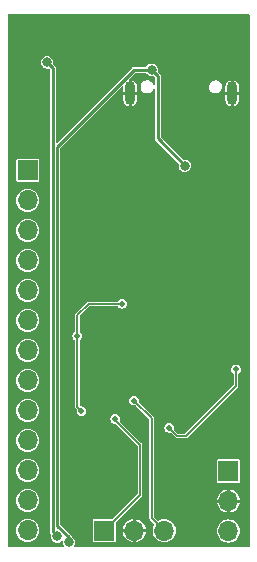
<source format=gbr>
%TF.GenerationSoftware,KiCad,Pcbnew,7.0.2*%
%TF.CreationDate,2023-08-01T18:38:05+02:00*%
%TF.ProjectId,RP2040_base_example,52503230-3430-45f6-9261-73655f657861,0.9*%
%TF.SameCoordinates,Original*%
%TF.FileFunction,Copper,L2,Bot*%
%TF.FilePolarity,Positive*%
%FSLAX46Y46*%
G04 Gerber Fmt 4.6, Leading zero omitted, Abs format (unit mm)*
G04 Created by KiCad (PCBNEW 7.0.2) date 2023-08-01 18:38:05*
%MOMM*%
%LPD*%
G01*
G04 APERTURE LIST*
%TA.AperFunction,ComponentPad*%
%ADD10R,1.700000X1.700000*%
%TD*%
%TA.AperFunction,ComponentPad*%
%ADD11O,1.700000X1.700000*%
%TD*%
%TA.AperFunction,ComponentPad*%
%ADD12O,0.900000X2.000000*%
%TD*%
%TA.AperFunction,ViaPad*%
%ADD13C,0.500000*%
%TD*%
%TA.AperFunction,ViaPad*%
%ADD14C,0.800000*%
%TD*%
%TA.AperFunction,Conductor*%
%ADD15C,0.127000*%
%TD*%
%TA.AperFunction,Conductor*%
%ADD16C,0.254000*%
%TD*%
G04 APERTURE END LIST*
D10*
%TO.P,J2,1,Pin_1*%
%TO.N,/RP2040-base/GPIO0*%
X62500000Y-55500000D03*
D11*
%TO.P,J2,2,Pin_2*%
%TO.N,/RP2040-base/GPIO1*%
X62500000Y-58040000D03*
%TO.P,J2,3,Pin_3*%
%TO.N,/RP2040-base/GPIO2*%
X62500000Y-60580000D03*
%TO.P,J2,4,Pin_4*%
%TO.N,/RP2040-base/GPIO3*%
X62500000Y-63120000D03*
%TO.P,J2,5,Pin_5*%
%TO.N,/RP2040-base/GPIO4*%
X62500000Y-65660000D03*
%TO.P,J2,6,Pin_6*%
%TO.N,/RP2040-base/GPIO5*%
X62500000Y-68200000D03*
%TO.P,J2,7,Pin_7*%
%TO.N,/RP2040-base/GPIO6*%
X62500000Y-70740000D03*
%TO.P,J2,8,Pin_8*%
%TO.N,/RP2040-base/GPIO7*%
X62500000Y-73280000D03*
%TO.P,J2,9,Pin_9*%
%TO.N,/RP2040-base/GPIO8*%
X62500000Y-75820000D03*
%TO.P,J2,10,Pin_10*%
%TO.N,/RP2040-base/GPIO9*%
X62500000Y-78360000D03*
%TO.P,J2,11,Pin_11*%
%TO.N,/RP2040-base/GPIO10*%
X62500000Y-80900000D03*
%TO.P,J2,12,Pin_12*%
%TO.N,/RP2040-base/GPIO11*%
X62500000Y-83440000D03*
%TO.P,J2,13,Pin_13*%
%TO.N,/RP2040-base/GPIO12*%
X62500000Y-85980000D03*
%TD*%
D12*
%TO.P,J3,S1,SHIELD*%
%TO.N,GND*%
X79820000Y-48960000D03*
X71180000Y-48960000D03*
%TD*%
D10*
%TO.P,SWD1,1,Pin_1*%
%TO.N,/RP2040-base/SWCLK*%
X68975000Y-86000000D03*
D11*
%TO.P,SWD1,2,Pin_2*%
%TO.N,GND*%
X71515000Y-86000000D03*
%TO.P,SWD1,3,Pin_3*%
%TO.N,/RP2040-base/SWD*%
X74055000Y-86000000D03*
%TD*%
D10*
%TO.P,J1,1,Pin_1*%
%TO.N,+3V3*%
X79500000Y-80960000D03*
D11*
%TO.P,J1,2,Pin_2*%
%TO.N,GND*%
X79500000Y-83500000D03*
%TO.P,J1,3,Pin_3*%
%TO.N,VBUS*%
X79500000Y-86040000D03*
%TD*%
D13*
%TO.N,GND*%
X69342000Y-43180000D03*
X64770000Y-43815000D03*
X63500000Y-43815000D03*
X67757359Y-84020815D03*
X73414214Y-70585786D03*
X74298097Y-72530330D03*
X80131728Y-69525126D03*
X69525126Y-61393398D03*
X68641243Y-79247845D03*
X76419417Y-76772971D03*
X77250000Y-66700000D03*
X69171573Y-72000000D03*
X69525126Y-79424621D03*
X74298097Y-71469670D03*
X79424621Y-68818019D03*
X72707107Y-56443651D03*
X79071068Y-74121320D03*
X68818019Y-62100505D03*
X68818019Y-64928932D03*
X70585786Y-80485281D03*
X72707107Y-54675884D03*
X72707107Y-52908117D03*
X73237437Y-73590990D03*
X70585786Y-70585786D03*
X67757359Y-78363961D03*
X66696699Y-82960155D03*
X67403806Y-67757359D03*
X68110913Y-62100505D03*
X76596194Y-65989592D03*
X80838835Y-70232233D03*
X72000000Y-69171573D03*
X70585786Y-73414214D03*
X76242641Y-64928932D03*
D14*
%TO.N,+3V3*%
X65000000Y-86500000D03*
X64135000Y-46355000D03*
D13*
X74474874Y-77303301D03*
X66696699Y-69525126D03*
X67050253Y-75889087D03*
X80131728Y-72353553D03*
X70479720Y-66802765D03*
%TO.N,/RP2040-base/SWCLK*%
X69900000Y-76550000D03*
%TO.N,/RP2040-base/SWD*%
X71500000Y-75000000D03*
D14*
%TO.N,VBUS*%
X75800000Y-55100000D03*
X66000000Y-87000000D03*
X73000000Y-47000000D03*
%TD*%
D15*
%TO.N,+3V3*%
X66696699Y-75535534D02*
X67050253Y-75889087D01*
X66696699Y-69525126D02*
X66696699Y-75535534D01*
X75181981Y-78010408D02*
X75889087Y-78010408D01*
X67651293Y-66802765D02*
X70479720Y-66802765D01*
X66696699Y-69525126D02*
X66696699Y-67757359D01*
X66696699Y-67757359D02*
X67651293Y-66802765D01*
X80131728Y-73767767D02*
X80131728Y-72353553D01*
D16*
X64619000Y-52070000D02*
X64619000Y-46839000D01*
X64619000Y-52070000D02*
X64619000Y-86119000D01*
D15*
X74474874Y-77303301D02*
X75181981Y-78010408D01*
X75889087Y-78010408D02*
X80131728Y-73767767D01*
D16*
X64619000Y-46839000D02*
X64135000Y-46355000D01*
X64619000Y-86119000D02*
X65000000Y-86500000D01*
D15*
%TO.N,/RP2040-base/SWCLK*%
X72000000Y-78747006D02*
X72000000Y-83000000D01*
X69000000Y-86000000D02*
X68975000Y-86000000D01*
X69900000Y-76550000D02*
X69900000Y-76647006D01*
X72000000Y-83000000D02*
X69000000Y-86000000D01*
X69900000Y-76647006D02*
X72000000Y-78747006D01*
%TO.N,/RP2040-base/SWD*%
X74055000Y-86000000D02*
X73000000Y-84945000D01*
X73000000Y-76500000D02*
X71500000Y-75000000D01*
X73000000Y-84945000D02*
X73000000Y-76500000D01*
D16*
%TO.N,VBUS*%
X65000000Y-53500000D02*
X71500000Y-47000000D01*
X73500000Y-52800000D02*
X73500000Y-47500000D01*
X73500000Y-47500000D02*
X73000000Y-47000000D01*
X66000000Y-87000000D02*
X66000000Y-86575104D01*
X66000000Y-86575104D02*
X65000000Y-85575104D01*
X71500000Y-47000000D02*
X73000000Y-47000000D01*
X75800000Y-55100000D02*
X73500000Y-52800000D01*
X65000000Y-85575104D02*
X65000000Y-53500000D01*
%TD*%
%TA.AperFunction,Conductor*%
%TO.N,GND*%
G36*
X81281194Y-42318806D02*
G01*
X81299500Y-42363000D01*
X81299500Y-87337000D01*
X81281194Y-87381194D01*
X81237000Y-87399500D01*
X66485091Y-87399500D01*
X66440897Y-87381194D01*
X66422591Y-87337000D01*
X66435506Y-87298953D01*
X66460770Y-87266027D01*
X66460769Y-87266027D01*
X66460771Y-87266026D01*
X66513923Y-87137705D01*
X66532052Y-87000000D01*
X66513958Y-86862558D01*
X67997500Y-86862558D01*
X68004898Y-86899748D01*
X68033078Y-86941922D01*
X68075252Y-86970102D01*
X68112442Y-86977500D01*
X68112443Y-86977500D01*
X69837557Y-86977500D01*
X69837558Y-86977500D01*
X69874748Y-86970102D01*
X69916922Y-86941922D01*
X69945102Y-86899748D01*
X69952500Y-86862558D01*
X69952500Y-86127000D01*
X70545782Y-86127000D01*
X70552136Y-86191522D01*
X70608003Y-86375692D01*
X70698724Y-86545419D01*
X70820813Y-86694186D01*
X70969580Y-86816275D01*
X71139307Y-86906996D01*
X71323477Y-86962863D01*
X71388000Y-86969217D01*
X71388000Y-86486881D01*
X71479237Y-86500000D01*
X71550763Y-86500000D01*
X71642000Y-86486881D01*
X71642000Y-86969217D01*
X71706522Y-86962863D01*
X71890692Y-86906996D01*
X72060419Y-86816275D01*
X72209186Y-86694186D01*
X72331275Y-86545419D01*
X72421996Y-86375692D01*
X72477863Y-86191522D01*
X72484218Y-86127000D01*
X71998818Y-86127000D01*
X72015000Y-86071889D01*
X72015000Y-85928111D01*
X71998818Y-85873000D01*
X72484217Y-85873000D01*
X72477863Y-85808477D01*
X72421996Y-85624307D01*
X72331275Y-85454580D01*
X72209186Y-85305813D01*
X72060419Y-85183724D01*
X71890692Y-85093003D01*
X71706524Y-85037136D01*
X71642000Y-85030780D01*
X71642000Y-85030781D01*
X71641999Y-85513117D01*
X71550763Y-85500000D01*
X71479237Y-85500000D01*
X71388000Y-85513118D01*
X71388000Y-85030781D01*
X71387999Y-85030780D01*
X71323475Y-85037136D01*
X71139307Y-85093003D01*
X70969580Y-85183724D01*
X70820813Y-85305813D01*
X70698724Y-85454580D01*
X70608003Y-85624307D01*
X70552136Y-85808477D01*
X70545782Y-85873000D01*
X71031182Y-85873000D01*
X71015000Y-85928111D01*
X71015000Y-86071889D01*
X71031182Y-86127000D01*
X70545782Y-86127000D01*
X69952500Y-86127000D01*
X69952500Y-85343502D01*
X69970805Y-85299309D01*
X72104602Y-83165511D01*
X72121676Y-83153397D01*
X72122149Y-83153170D01*
X72140462Y-83130205D01*
X72145107Y-83125006D01*
X72150275Y-83119840D01*
X72154161Y-83113654D01*
X72158196Y-83107967D01*
X72176511Y-83085003D01*
X72176626Y-83084498D01*
X72184644Y-83065142D01*
X72184919Y-83064706D01*
X72188207Y-83035518D01*
X72189377Y-83028631D01*
X72191000Y-83021521D01*
X72191000Y-83014237D01*
X72191393Y-83007240D01*
X72194680Y-82978064D01*
X72194507Y-82977570D01*
X72191000Y-82956929D01*
X72191000Y-78790076D01*
X72194507Y-78769433D01*
X72194680Y-78768941D01*
X72191393Y-78739766D01*
X72191000Y-78732769D01*
X72191000Y-78725488D01*
X72191000Y-78725485D01*
X72189375Y-78718368D01*
X72188203Y-78711466D01*
X72184918Y-78682301D01*
X72184918Y-78682300D01*
X72184637Y-78681854D01*
X72176626Y-78662510D01*
X72176511Y-78662003D01*
X72176509Y-78662000D01*
X72158203Y-78639045D01*
X72154153Y-78633338D01*
X72150275Y-78627166D01*
X72145121Y-78622012D01*
X72140460Y-78616797D01*
X72122149Y-78593836D01*
X72122146Y-78593834D01*
X72121671Y-78593605D01*
X72104600Y-78581491D01*
X70291284Y-76768175D01*
X70272978Y-76723981D01*
X70279791Y-76695606D01*
X70289497Y-76676557D01*
X70289497Y-76676556D01*
X70289498Y-76676555D01*
X70309542Y-76550000D01*
X70289498Y-76423445D01*
X70285450Y-76415500D01*
X70231326Y-76309276D01*
X70140723Y-76218673D01*
X70026556Y-76160502D01*
X69900000Y-76140458D01*
X69773443Y-76160502D01*
X69659276Y-76218673D01*
X69568673Y-76309276D01*
X69510502Y-76423443D01*
X69490458Y-76550000D01*
X69510502Y-76676556D01*
X69568673Y-76790723D01*
X69659276Y-76881326D01*
X69723016Y-76913803D01*
X69773445Y-76939498D01*
X69900000Y-76959542D01*
X69905165Y-76958723D01*
X69951676Y-76969886D01*
X69959138Y-76976259D01*
X71790694Y-78807815D01*
X71809000Y-78852009D01*
X71809000Y-82894997D01*
X71790694Y-82939191D01*
X69725691Y-85004194D01*
X69681497Y-85022500D01*
X68112442Y-85022500D01*
X68093846Y-85026199D01*
X68075251Y-85029898D01*
X68033078Y-85058078D01*
X68004898Y-85100251D01*
X67997500Y-85137442D01*
X67997500Y-86862558D01*
X66513958Y-86862558D01*
X66513923Y-86862295D01*
X66460771Y-86733974D01*
X66460770Y-86733973D01*
X66460770Y-86733972D01*
X66376218Y-86623781D01*
X66268549Y-86541165D01*
X66245297Y-86503772D01*
X66239734Y-86475803D01*
X66202326Y-86419818D01*
X66194270Y-86407761D01*
X66194260Y-86407748D01*
X66183484Y-86391620D01*
X66167346Y-86380837D01*
X66157880Y-86373067D01*
X65272806Y-85487992D01*
X65254500Y-85443798D01*
X65254500Y-69651681D01*
X65254500Y-69525126D01*
X66287157Y-69525126D01*
X66307201Y-69651682D01*
X66365372Y-69765849D01*
X66432062Y-69832538D01*
X66455976Y-69856452D01*
X66471573Y-69864399D01*
X66502640Y-69900773D01*
X66505699Y-69920087D01*
X66505699Y-75492463D01*
X66502192Y-75513105D01*
X66502018Y-75513600D01*
X66505305Y-75542774D01*
X66505698Y-75549761D01*
X66505699Y-75557055D01*
X66507320Y-75564157D01*
X66508493Y-75571063D01*
X66511780Y-75600239D01*
X66512058Y-75600681D01*
X66520070Y-75620023D01*
X66520186Y-75620535D01*
X66538490Y-75643486D01*
X66542547Y-75649204D01*
X66546424Y-75655374D01*
X66551575Y-75660525D01*
X66556246Y-75665751D01*
X66574550Y-75688704D01*
X66575024Y-75688932D01*
X66592097Y-75701047D01*
X66637255Y-75746205D01*
X66655561Y-75790399D01*
X66654792Y-75800175D01*
X66640711Y-75889086D01*
X66660755Y-76015643D01*
X66718926Y-76129810D01*
X66809529Y-76220413D01*
X66923696Y-76278584D01*
X66923698Y-76278585D01*
X67050253Y-76298629D01*
X67176808Y-76278585D01*
X67290976Y-76220413D01*
X67381579Y-76129810D01*
X67439751Y-76015642D01*
X67459795Y-75889087D01*
X67439751Y-75762532D01*
X67408423Y-75701047D01*
X67381579Y-75648363D01*
X67290976Y-75557760D01*
X67176809Y-75499589D01*
X67068645Y-75482458D01*
X67050253Y-75479545D01*
X67050252Y-75479545D01*
X66961341Y-75493626D01*
X66914828Y-75482458D01*
X66907371Y-75476089D01*
X66906005Y-75474723D01*
X66887699Y-75430529D01*
X66887699Y-75000000D01*
X71090458Y-75000000D01*
X71110502Y-75126556D01*
X71168673Y-75240723D01*
X71259276Y-75331326D01*
X71373443Y-75389497D01*
X71373445Y-75389498D01*
X71500000Y-75409542D01*
X71588910Y-75395459D01*
X71635422Y-75406625D01*
X71642880Y-75412995D01*
X72790694Y-76560809D01*
X72809000Y-76605003D01*
X72809000Y-84901929D01*
X72805493Y-84922570D01*
X72805320Y-84923064D01*
X72808607Y-84952237D01*
X72809000Y-84959235D01*
X72809000Y-84966520D01*
X72810621Y-84973624D01*
X72811794Y-84980530D01*
X72815081Y-85009705D01*
X72815359Y-85010147D01*
X72823371Y-85029489D01*
X72823487Y-85030001D01*
X72841791Y-85052952D01*
X72845848Y-85058670D01*
X72849725Y-85064840D01*
X72854876Y-85069991D01*
X72859548Y-85075219D01*
X72873359Y-85092538D01*
X72877851Y-85098170D01*
X72878325Y-85098398D01*
X72895398Y-85110513D01*
X73205836Y-85420951D01*
X73224142Y-85465145D01*
X73216762Y-85494607D01*
X73147538Y-85624114D01*
X73091642Y-85808377D01*
X73072770Y-86000000D01*
X73091642Y-86191622D01*
X73147538Y-86375885D01*
X73200946Y-86475803D01*
X73238306Y-86545698D01*
X73360459Y-86694541D01*
X73509302Y-86816694D01*
X73584137Y-86856694D01*
X73679114Y-86907461D01*
X73679116Y-86907461D01*
X73679117Y-86907462D01*
X73863376Y-86963357D01*
X74055000Y-86982230D01*
X74246624Y-86963357D01*
X74430883Y-86907462D01*
X74600698Y-86816694D01*
X74749541Y-86694541D01*
X74871694Y-86545698D01*
X74962462Y-86375883D01*
X75018357Y-86191624D01*
X75033290Y-86040000D01*
X78517770Y-86040000D01*
X78536642Y-86231622D01*
X78592538Y-86415885D01*
X78677799Y-86575396D01*
X78683306Y-86585698D01*
X78805459Y-86734541D01*
X78954302Y-86856694D01*
X79011863Y-86887461D01*
X79124114Y-86947461D01*
X79124116Y-86947461D01*
X79124117Y-86947462D01*
X79308376Y-87003357D01*
X79500000Y-87022230D01*
X79691624Y-87003357D01*
X79875883Y-86947462D01*
X80045698Y-86856694D01*
X80194541Y-86734541D01*
X80316694Y-86585698D01*
X80407462Y-86415883D01*
X80463357Y-86231624D01*
X80482230Y-86040000D01*
X80463357Y-85848376D01*
X80407462Y-85664117D01*
X80407461Y-85664116D01*
X80407461Y-85664114D01*
X80327928Y-85515320D01*
X80316694Y-85494302D01*
X80194541Y-85345459D01*
X80045698Y-85223306D01*
X80035396Y-85217799D01*
X79875885Y-85132538D01*
X79691622Y-85076642D01*
X79500000Y-85057770D01*
X79308377Y-85076642D01*
X79124114Y-85132538D01*
X78954303Y-85223305D01*
X78805459Y-85345459D01*
X78683305Y-85494303D01*
X78592538Y-85664114D01*
X78536642Y-85848377D01*
X78517770Y-86040000D01*
X75033290Y-86040000D01*
X75037230Y-86000000D01*
X75018357Y-85808376D01*
X74962462Y-85624117D01*
X74962461Y-85624116D01*
X74962461Y-85624114D01*
X74893074Y-85494302D01*
X74871694Y-85454302D01*
X74749541Y-85305459D01*
X74600698Y-85183306D01*
X74560392Y-85161762D01*
X74430885Y-85092538D01*
X74246622Y-85036642D01*
X74055000Y-85017770D01*
X73863377Y-85036642D01*
X73679114Y-85092538D01*
X73549607Y-85161762D01*
X73502002Y-85166451D01*
X73475951Y-85150836D01*
X73209306Y-84884191D01*
X73191000Y-84839997D01*
X73191000Y-83627000D01*
X78530782Y-83627000D01*
X78537136Y-83691522D01*
X78593003Y-83875692D01*
X78683724Y-84045419D01*
X78805813Y-84194186D01*
X78954580Y-84316275D01*
X79124307Y-84406996D01*
X79308477Y-84462863D01*
X79373000Y-84469217D01*
X79373000Y-83986881D01*
X79464237Y-84000000D01*
X79535763Y-84000000D01*
X79627000Y-83986881D01*
X79627000Y-84469217D01*
X79691522Y-84462863D01*
X79875692Y-84406996D01*
X80045419Y-84316275D01*
X80194186Y-84194186D01*
X80316275Y-84045419D01*
X80406996Y-83875692D01*
X80462863Y-83691522D01*
X80469218Y-83627000D01*
X79983818Y-83627000D01*
X80000000Y-83571889D01*
X80000000Y-83428111D01*
X79983818Y-83373000D01*
X80469217Y-83373000D01*
X80462863Y-83308477D01*
X80406996Y-83124307D01*
X80316275Y-82954580D01*
X80194186Y-82805813D01*
X80045419Y-82683724D01*
X79875692Y-82593003D01*
X79691524Y-82537136D01*
X79627000Y-82530780D01*
X79627000Y-83013118D01*
X79535763Y-83000000D01*
X79464237Y-83000000D01*
X79373000Y-83013118D01*
X79373000Y-82530781D01*
X79372999Y-82530780D01*
X79308475Y-82537136D01*
X79124307Y-82593003D01*
X78954580Y-82683724D01*
X78805813Y-82805813D01*
X78683724Y-82954580D01*
X78593003Y-83124307D01*
X78537136Y-83308477D01*
X78530782Y-83373000D01*
X79016182Y-83373000D01*
X79000000Y-83428111D01*
X79000000Y-83571889D01*
X79016182Y-83627000D01*
X78530782Y-83627000D01*
X73191000Y-83627000D01*
X73191000Y-81822558D01*
X78522500Y-81822558D01*
X78529898Y-81859748D01*
X78558078Y-81901922D01*
X78600252Y-81930102D01*
X78637442Y-81937500D01*
X78637443Y-81937500D01*
X80362557Y-81937500D01*
X80362558Y-81937500D01*
X80399748Y-81930102D01*
X80441922Y-81901922D01*
X80470102Y-81859748D01*
X80477500Y-81822558D01*
X80477500Y-80097442D01*
X80470102Y-80060252D01*
X80441922Y-80018078D01*
X80399748Y-79989898D01*
X80362558Y-79982500D01*
X78637442Y-79982500D01*
X78618846Y-79986199D01*
X78600251Y-79989898D01*
X78558078Y-80018078D01*
X78529898Y-80060251D01*
X78529897Y-80060252D01*
X78529898Y-80060252D01*
X78522500Y-80097442D01*
X78522500Y-81822558D01*
X73191000Y-81822558D01*
X73191000Y-77303300D01*
X74065332Y-77303300D01*
X74085376Y-77429857D01*
X74143547Y-77544024D01*
X74234150Y-77634627D01*
X74348317Y-77692798D01*
X74348319Y-77692799D01*
X74474874Y-77712843D01*
X74563784Y-77698760D01*
X74610296Y-77709926D01*
X74617754Y-77716296D01*
X75016466Y-78115008D01*
X75028580Y-78132079D01*
X75028809Y-78132554D01*
X75028811Y-78132557D01*
X75051772Y-78150868D01*
X75056987Y-78155529D01*
X75062141Y-78160683D01*
X75068313Y-78164561D01*
X75074020Y-78168611D01*
X75096975Y-78186917D01*
X75096978Y-78186919D01*
X75097485Y-78187034D01*
X75116829Y-78195045D01*
X75117275Y-78195326D01*
X75146448Y-78198612D01*
X75153343Y-78199783D01*
X75160460Y-78201408D01*
X75167745Y-78201408D01*
X75174742Y-78201801D01*
X75177975Y-78202165D01*
X75203916Y-78205088D01*
X75204410Y-78204914D01*
X75225052Y-78201408D01*
X75846016Y-78201408D01*
X75866657Y-78204914D01*
X75867152Y-78205088D01*
X75893420Y-78202128D01*
X75896326Y-78201801D01*
X75903323Y-78201408D01*
X75910610Y-78201408D01*
X75917708Y-78199787D01*
X75924621Y-78198611D01*
X75953793Y-78195326D01*
X75954228Y-78195052D01*
X75973583Y-78187035D01*
X75974090Y-78186919D01*
X75997038Y-78168617D01*
X76002749Y-78164563D01*
X76008927Y-78160683D01*
X76014093Y-78155515D01*
X76019292Y-78150870D01*
X76042257Y-78132557D01*
X76042484Y-78132084D01*
X76054598Y-78115010D01*
X80236330Y-73933278D01*
X80253404Y-73921164D01*
X80253877Y-73920937D01*
X80272190Y-73897972D01*
X80276835Y-73892773D01*
X80282003Y-73887607D01*
X80285883Y-73881429D01*
X80289937Y-73875718D01*
X80308239Y-73852770D01*
X80308355Y-73852263D01*
X80316373Y-73832907D01*
X80316646Y-73832473D01*
X80319931Y-73803301D01*
X80321107Y-73796388D01*
X80322728Y-73789289D01*
X80322728Y-73782002D01*
X80323121Y-73775004D01*
X80326408Y-73745832D01*
X80326346Y-73745656D01*
X80326235Y-73745336D01*
X80322728Y-73724695D01*
X80322728Y-73280000D01*
X80322728Y-72748511D01*
X80341033Y-72704320D01*
X80356854Y-72692826D01*
X80372451Y-72684879D01*
X80463054Y-72594276D01*
X80521226Y-72480108D01*
X80541270Y-72353553D01*
X80521226Y-72226998D01*
X80521225Y-72226996D01*
X80463054Y-72112829D01*
X80372451Y-72022226D01*
X80258284Y-71964055D01*
X80131728Y-71944011D01*
X80005171Y-71964055D01*
X79891004Y-72022226D01*
X79800401Y-72112829D01*
X79742230Y-72226996D01*
X79722186Y-72353552D01*
X79742230Y-72480109D01*
X79800401Y-72594276D01*
X79891004Y-72684877D01*
X79891005Y-72684879D01*
X79906602Y-72692826D01*
X79937669Y-72729200D01*
X79940728Y-72748514D01*
X79940728Y-73662764D01*
X79922422Y-73706958D01*
X75828278Y-77801102D01*
X75784084Y-77819408D01*
X75286984Y-77819408D01*
X75242790Y-77801102D01*
X74887869Y-77446181D01*
X74869563Y-77401987D01*
X74870331Y-77392222D01*
X74884416Y-77303301D01*
X74864372Y-77176746D01*
X74864371Y-77176744D01*
X74806200Y-77062577D01*
X74715597Y-76971974D01*
X74601430Y-76913803D01*
X74538151Y-76903781D01*
X74474874Y-76893759D01*
X74474873Y-76893759D01*
X74348317Y-76913803D01*
X74234150Y-76971974D01*
X74143547Y-77062577D01*
X74085376Y-77176744D01*
X74065332Y-77303300D01*
X73191000Y-77303300D01*
X73191000Y-76543070D01*
X73194507Y-76522427D01*
X73194680Y-76521935D01*
X73191393Y-76492760D01*
X73191000Y-76485763D01*
X73191000Y-76478482D01*
X73191000Y-76478479D01*
X73189375Y-76471362D01*
X73188203Y-76464460D01*
X73184918Y-76435295D01*
X73184918Y-76435294D01*
X73184637Y-76434848D01*
X73176626Y-76415504D01*
X73176511Y-76414997D01*
X73176509Y-76414994D01*
X73158203Y-76392039D01*
X73154153Y-76386332D01*
X73150275Y-76380160D01*
X73145121Y-76375006D01*
X73140460Y-76369791D01*
X73122149Y-76346830D01*
X73122146Y-76346828D01*
X73121671Y-76346599D01*
X73104600Y-76334485D01*
X71912995Y-75142880D01*
X71894689Y-75098686D01*
X71895457Y-75088921D01*
X71909542Y-75000000D01*
X71889498Y-74873445D01*
X71871321Y-74837770D01*
X71831326Y-74759276D01*
X71740723Y-74668673D01*
X71626556Y-74610502D01*
X71500000Y-74590458D01*
X71373443Y-74610502D01*
X71259276Y-74668673D01*
X71168673Y-74759276D01*
X71110502Y-74873443D01*
X71090458Y-75000000D01*
X66887699Y-75000000D01*
X66887699Y-72000000D01*
X69171573Y-72000000D01*
X72000000Y-74828427D01*
X74828427Y-72000000D01*
X72000000Y-69171573D01*
X69171573Y-72000000D01*
X66887699Y-72000000D01*
X66887699Y-69920087D01*
X66906005Y-69875893D01*
X66921825Y-69864399D01*
X66937422Y-69856452D01*
X67028025Y-69765849D01*
X67086197Y-69651681D01*
X67106241Y-69525126D01*
X67086197Y-69398571D01*
X67086196Y-69398569D01*
X67028025Y-69284402D01*
X66937423Y-69193800D01*
X66921824Y-69185852D01*
X66890758Y-69149477D01*
X66887699Y-69130164D01*
X66887699Y-67862361D01*
X66906005Y-67818167D01*
X67712102Y-67012071D01*
X67756296Y-66993765D01*
X70084759Y-66993765D01*
X70128953Y-67012071D01*
X70140447Y-67027891D01*
X70148394Y-67043488D01*
X70238996Y-67134091D01*
X70353163Y-67192262D01*
X70353165Y-67192263D01*
X70479720Y-67212307D01*
X70606275Y-67192263D01*
X70720443Y-67134091D01*
X70811046Y-67043488D01*
X70869218Y-66929320D01*
X70889262Y-66802765D01*
X70869218Y-66676210D01*
X70857132Y-66652490D01*
X70811046Y-66562041D01*
X70720443Y-66471438D01*
X70606276Y-66413267D01*
X70542997Y-66403244D01*
X70479720Y-66393223D01*
X70479719Y-66393223D01*
X70353163Y-66413267D01*
X70238996Y-66471438D01*
X70148394Y-66562041D01*
X70140447Y-66577639D01*
X70104073Y-66608706D01*
X70084759Y-66611765D01*
X67694364Y-66611765D01*
X67673722Y-66608258D01*
X67673228Y-66608085D01*
X67673227Y-66608085D01*
X67644054Y-66611372D01*
X67637057Y-66611765D01*
X67629772Y-66611765D01*
X67622668Y-66613386D01*
X67615763Y-66614559D01*
X67586587Y-66617846D01*
X67586140Y-66618128D01*
X67566804Y-66626136D01*
X67566289Y-66626253D01*
X67543332Y-66644561D01*
X67537619Y-66648615D01*
X67531453Y-66652489D01*
X67526295Y-66657647D01*
X67521074Y-66662311D01*
X67498122Y-66680615D01*
X67497894Y-66681090D01*
X67485780Y-66698161D01*
X66592095Y-67591846D01*
X66575024Y-67603960D01*
X66574549Y-67604188D01*
X66556245Y-67627140D01*
X66551581Y-67632361D01*
X66546423Y-67637519D01*
X66542549Y-67643685D01*
X66538495Y-67649398D01*
X66520187Y-67672355D01*
X66520070Y-67672870D01*
X66512062Y-67692206D01*
X66511780Y-67692653D01*
X66508493Y-67721829D01*
X66507320Y-67728734D01*
X66505699Y-67735838D01*
X66505699Y-67743122D01*
X66505306Y-67750119D01*
X66502019Y-67779293D01*
X66502192Y-67779788D01*
X66505699Y-67800430D01*
X66505699Y-69130164D01*
X66487393Y-69174358D01*
X66471574Y-69185852D01*
X66455974Y-69193800D01*
X66365372Y-69284402D01*
X66307201Y-69398569D01*
X66287157Y-69525126D01*
X65254500Y-69525126D01*
X65254499Y-53631302D01*
X65272803Y-53587114D01*
X70496307Y-48363610D01*
X70540500Y-48345305D01*
X70584694Y-48363611D01*
X70603000Y-48407805D01*
X70603000Y-48833000D01*
X70880000Y-48833000D01*
X70880000Y-49087000D01*
X70603000Y-49087000D01*
X70603000Y-49545773D01*
X70603267Y-49549851D01*
X70617850Y-49660624D01*
X70675992Y-49800991D01*
X70768478Y-49921520D01*
X70889007Y-50014007D01*
X71029373Y-50072148D01*
X71053000Y-50075258D01*
X71053000Y-49785772D01*
X71151840Y-49813895D01*
X71263521Y-49803546D01*
X71307000Y-49781895D01*
X71307000Y-50075257D01*
X71330629Y-50072148D01*
X71470986Y-50014011D01*
X71591521Y-49921521D01*
X71684008Y-49800989D01*
X71742149Y-49660624D01*
X71756732Y-49549851D01*
X71757000Y-49545773D01*
X71757000Y-49087000D01*
X71480000Y-49087000D01*
X71480000Y-48833000D01*
X71757000Y-48833000D01*
X71757000Y-48374226D01*
X71756732Y-48370148D01*
X71742149Y-48259375D01*
X71684007Y-48119008D01*
X71591521Y-47998479D01*
X71470991Y-47905991D01*
X71330625Y-47847850D01*
X71307000Y-47844739D01*
X71307000Y-48134227D01*
X71208160Y-48106105D01*
X71096479Y-48116454D01*
X71053000Y-48138104D01*
X71053000Y-47832805D01*
X71071305Y-47788612D01*
X71587112Y-47272806D01*
X71631306Y-47254500D01*
X72499563Y-47254500D01*
X72543757Y-47272806D01*
X72549148Y-47278953D01*
X72623781Y-47376218D01*
X72733972Y-47460770D01*
X72733973Y-47460770D01*
X72733974Y-47460771D01*
X72862295Y-47513923D01*
X73000000Y-47532052D01*
X73121552Y-47516049D01*
X73167756Y-47528429D01*
X73173903Y-47533820D01*
X73227194Y-47587111D01*
X73245500Y-47631305D01*
X73245500Y-48204725D01*
X73227194Y-48248919D01*
X73183000Y-48267225D01*
X73138806Y-48248919D01*
X73127507Y-48233479D01*
X73067268Y-48117223D01*
X72963229Y-48005824D01*
X72832989Y-47926624D01*
X72686215Y-47885500D01*
X72686214Y-47885500D01*
X72572073Y-47885500D01*
X72569975Y-47885788D01*
X72569965Y-47885789D01*
X72458991Y-47901043D01*
X72319181Y-47961770D01*
X72200941Y-48057965D01*
X72113037Y-48182497D01*
X72061993Y-48326122D01*
X72051591Y-48478193D01*
X72051592Y-48478196D01*
X72082604Y-48627436D01*
X72118910Y-48697504D01*
X72152732Y-48762776D01*
X72256770Y-48874175D01*
X72387010Y-48953375D01*
X72533785Y-48994500D01*
X72533786Y-48994500D01*
X72645798Y-48994500D01*
X72647927Y-48994500D01*
X72761009Y-48978957D01*
X72900818Y-48918230D01*
X73019058Y-48822034D01*
X73106961Y-48697504D01*
X73124108Y-48649255D01*
X73156157Y-48613743D01*
X73203930Y-48611294D01*
X73239442Y-48643342D01*
X73245500Y-48670185D01*
X73245500Y-52768778D01*
X73244299Y-52780970D01*
X73240514Y-52799999D01*
X73260265Y-52899300D01*
X73305730Y-52967344D01*
X73305735Y-52967350D01*
X73316516Y-52983484D01*
X73332644Y-52994260D01*
X73342115Y-53002033D01*
X75266179Y-54926097D01*
X75284485Y-54970291D01*
X75283950Y-54978449D01*
X75267947Y-55099999D01*
X75286076Y-55237703D01*
X75339229Y-55366027D01*
X75423781Y-55476218D01*
X75533972Y-55560770D01*
X75533973Y-55560770D01*
X75533974Y-55560771D01*
X75662295Y-55613923D01*
X75800000Y-55632052D01*
X75937705Y-55613923D01*
X76066026Y-55560771D01*
X76176218Y-55476218D01*
X76260771Y-55366026D01*
X76313923Y-55237705D01*
X76332052Y-55100000D01*
X76313923Y-54962295D01*
X76260771Y-54833974D01*
X76260770Y-54833973D01*
X76260770Y-54833972D01*
X76176218Y-54723781D01*
X76066027Y-54639229D01*
X75937703Y-54586076D01*
X75799999Y-54567947D01*
X75678449Y-54583950D01*
X75632243Y-54571569D01*
X75626097Y-54566179D01*
X73772806Y-52712888D01*
X73754500Y-52668694D01*
X73754500Y-49545773D01*
X79243000Y-49545773D01*
X79243267Y-49549851D01*
X79257850Y-49660624D01*
X79315992Y-49800991D01*
X79408478Y-49921520D01*
X79529007Y-50014007D01*
X79669373Y-50072148D01*
X79693000Y-50075258D01*
X79693000Y-49785772D01*
X79791840Y-49813895D01*
X79903521Y-49803546D01*
X79947000Y-49781895D01*
X79947000Y-50075257D01*
X79970629Y-50072148D01*
X80110986Y-50014011D01*
X80231521Y-49921521D01*
X80324008Y-49800989D01*
X80382149Y-49660624D01*
X80396732Y-49549851D01*
X80397000Y-49545773D01*
X80397000Y-49087000D01*
X80120000Y-49087000D01*
X80120000Y-48833000D01*
X80397000Y-48833000D01*
X80397000Y-48374226D01*
X80396732Y-48370148D01*
X80382149Y-48259375D01*
X80324007Y-48119008D01*
X80231521Y-47998479D01*
X80110991Y-47905991D01*
X79970625Y-47847850D01*
X79947000Y-47844739D01*
X79947000Y-48134227D01*
X79848160Y-48106105D01*
X79736479Y-48116454D01*
X79693000Y-48138104D01*
X79693000Y-47844740D01*
X79692999Y-47844739D01*
X79669376Y-47847850D01*
X79529010Y-47905991D01*
X79408478Y-47998478D01*
X79315991Y-48119010D01*
X79257850Y-48259375D01*
X79243267Y-48370148D01*
X79243000Y-48374226D01*
X79243000Y-48833000D01*
X79520000Y-48833000D01*
X79520000Y-49087000D01*
X79243000Y-49087000D01*
X79243000Y-49545773D01*
X73754500Y-49545773D01*
X73754500Y-48478193D01*
X77831591Y-48478193D01*
X77831592Y-48478196D01*
X77862604Y-48627436D01*
X77898910Y-48697504D01*
X77932732Y-48762776D01*
X78036770Y-48874175D01*
X78167010Y-48953375D01*
X78313785Y-48994500D01*
X78313786Y-48994500D01*
X78425798Y-48994500D01*
X78427927Y-48994500D01*
X78541009Y-48978957D01*
X78680818Y-48918230D01*
X78799058Y-48822034D01*
X78886961Y-48697504D01*
X78938006Y-48553877D01*
X78948408Y-48401804D01*
X78917396Y-48252564D01*
X78847269Y-48117225D01*
X78835124Y-48104221D01*
X78743229Y-48005824D01*
X78612989Y-47926624D01*
X78466215Y-47885500D01*
X78466214Y-47885500D01*
X78352073Y-47885500D01*
X78349975Y-47885788D01*
X78349965Y-47885789D01*
X78238991Y-47901043D01*
X78099181Y-47961770D01*
X77980941Y-48057965D01*
X77893037Y-48182497D01*
X77841993Y-48326122D01*
X77831591Y-48478193D01*
X73754500Y-48478193D01*
X73754500Y-47531220D01*
X73755701Y-47519027D01*
X73759486Y-47500000D01*
X73743111Y-47417679D01*
X73739734Y-47400699D01*
X73683484Y-47316516D01*
X73667346Y-47305733D01*
X73657880Y-47297963D01*
X73533820Y-47173903D01*
X73515514Y-47129709D01*
X73516048Y-47121561D01*
X73532052Y-47000000D01*
X73513923Y-46862295D01*
X73460771Y-46733974D01*
X73460770Y-46733973D01*
X73460770Y-46733972D01*
X73376218Y-46623781D01*
X73266027Y-46539229D01*
X73137703Y-46486076D01*
X73000000Y-46467948D01*
X72862296Y-46486076D01*
X72733972Y-46539229D01*
X72623781Y-46623781D01*
X72549148Y-46721047D01*
X72507721Y-46744965D01*
X72499563Y-46745500D01*
X71531217Y-46745500D01*
X71519025Y-46744299D01*
X71500000Y-46740514D01*
X71480975Y-46744299D01*
X71480965Y-46744299D01*
X71384754Y-46763437D01*
X71383139Y-46768762D01*
X71369551Y-46781077D01*
X71337767Y-46802315D01*
X71337706Y-46802356D01*
X71316514Y-46816516D01*
X71305735Y-46832648D01*
X71297964Y-46842116D01*
X64980194Y-53159887D01*
X64936000Y-53178193D01*
X64891806Y-53159887D01*
X64873500Y-53115693D01*
X64873500Y-52019046D01*
X64873499Y-52019044D01*
X64873499Y-49537802D01*
X64873499Y-46870205D01*
X64874698Y-46858036D01*
X64878485Y-46839000D01*
X64874701Y-46819975D01*
X64874701Y-46819970D01*
X64858734Y-46739699D01*
X64846271Y-46721047D01*
X64802484Y-46655516D01*
X64786346Y-46644733D01*
X64776880Y-46636963D01*
X64668820Y-46528903D01*
X64650514Y-46484709D01*
X64651048Y-46476561D01*
X64667052Y-46355000D01*
X64648923Y-46217295D01*
X64595771Y-46088974D01*
X64595770Y-46088973D01*
X64595770Y-46088972D01*
X64511218Y-45978781D01*
X64401027Y-45894229D01*
X64272703Y-45841076D01*
X64135000Y-45822948D01*
X63997296Y-45841076D01*
X63868972Y-45894229D01*
X63758781Y-45978781D01*
X63674229Y-46088972D01*
X63621076Y-46217296D01*
X63602948Y-46355000D01*
X63621076Y-46492703D01*
X63674229Y-46621027D01*
X63758781Y-46731218D01*
X63868972Y-46815770D01*
X63868973Y-46815770D01*
X63868974Y-46815771D01*
X63997295Y-46868923D01*
X64135000Y-46887052D01*
X64256552Y-46871049D01*
X64302756Y-46883429D01*
X64308894Y-46888811D01*
X64346195Y-46926112D01*
X64364500Y-46970303D01*
X64364500Y-86087778D01*
X64363299Y-86099970D01*
X64359514Y-86119000D01*
X64361105Y-86127000D01*
X64363299Y-86138027D01*
X64363299Y-86138029D01*
X64372626Y-86184917D01*
X64379265Y-86218300D01*
X64424730Y-86286344D01*
X64424735Y-86286350D01*
X64435516Y-86302484D01*
X64451645Y-86313261D01*
X64461116Y-86321034D01*
X64466179Y-86326097D01*
X64484485Y-86370291D01*
X64483950Y-86378449D01*
X64467947Y-86499999D01*
X64486076Y-86637703D01*
X64539229Y-86766027D01*
X64623781Y-86876218D01*
X64733972Y-86960770D01*
X64733973Y-86960770D01*
X64733974Y-86960771D01*
X64862295Y-87013923D01*
X65000000Y-87032052D01*
X65137705Y-87013923D01*
X65266026Y-86960771D01*
X65376218Y-86876218D01*
X65376218Y-86876217D01*
X65376675Y-86875867D01*
X65422881Y-86863487D01*
X65464308Y-86887404D01*
X65476688Y-86933610D01*
X65467947Y-86999999D01*
X65486076Y-87137703D01*
X65539229Y-87266027D01*
X65564494Y-87298953D01*
X65576874Y-87345158D01*
X65552956Y-87386585D01*
X65514909Y-87399500D01*
X60863000Y-87399500D01*
X60818806Y-87381194D01*
X60800500Y-87337000D01*
X60800500Y-85980000D01*
X61517770Y-85980000D01*
X61536642Y-86171622D01*
X61592538Y-86355885D01*
X61669570Y-86500000D01*
X61683306Y-86525698D01*
X61805459Y-86674541D01*
X61954302Y-86796694D01*
X62034058Y-86839324D01*
X62124114Y-86887461D01*
X62124116Y-86887461D01*
X62124117Y-86887462D01*
X62308376Y-86943357D01*
X62500000Y-86962230D01*
X62691624Y-86943357D01*
X62875883Y-86887462D01*
X63045698Y-86796694D01*
X63194541Y-86674541D01*
X63316694Y-86525698D01*
X63407462Y-86355883D01*
X63463357Y-86171624D01*
X63482230Y-85980000D01*
X63463357Y-85788376D01*
X63407462Y-85604117D01*
X63407461Y-85604116D01*
X63407461Y-85604114D01*
X63333180Y-85465145D01*
X63316694Y-85434302D01*
X63194541Y-85285459D01*
X63045698Y-85163306D01*
X62997310Y-85137442D01*
X62875885Y-85072538D01*
X62691622Y-85016642D01*
X62520933Y-84999831D01*
X62500000Y-84997770D01*
X62499999Y-84997770D01*
X62308377Y-85016642D01*
X62124114Y-85072538D01*
X61954303Y-85163305D01*
X61805459Y-85285459D01*
X61683305Y-85434303D01*
X61592538Y-85604114D01*
X61536642Y-85788377D01*
X61517770Y-85980000D01*
X60800500Y-85980000D01*
X60800500Y-83440000D01*
X61517770Y-83440000D01*
X61536642Y-83631622D01*
X61592538Y-83815885D01*
X61677799Y-83975396D01*
X61683306Y-83985698D01*
X61805459Y-84134541D01*
X61954302Y-84256694D01*
X62034058Y-84299324D01*
X62124114Y-84347461D01*
X62124116Y-84347461D01*
X62124117Y-84347462D01*
X62308376Y-84403357D01*
X62500000Y-84422230D01*
X62691624Y-84403357D01*
X62875883Y-84347462D01*
X63045698Y-84256694D01*
X63194541Y-84134541D01*
X63316694Y-83985698D01*
X63407462Y-83815883D01*
X63463357Y-83631624D01*
X63482230Y-83440000D01*
X63463357Y-83248376D01*
X63407462Y-83064117D01*
X63407461Y-83064116D01*
X63407461Y-83064114D01*
X63348913Y-82954580D01*
X63316694Y-82894302D01*
X63194541Y-82745459D01*
X63045698Y-82623306D01*
X63035396Y-82617799D01*
X62875885Y-82532538D01*
X62691622Y-82476642D01*
X62520933Y-82459831D01*
X62500000Y-82457770D01*
X62499999Y-82457770D01*
X62308377Y-82476642D01*
X62124114Y-82532538D01*
X61954303Y-82623305D01*
X61805459Y-82745459D01*
X61683305Y-82894303D01*
X61592538Y-83064114D01*
X61536642Y-83248377D01*
X61517770Y-83440000D01*
X60800500Y-83440000D01*
X60800500Y-80899999D01*
X61517770Y-80899999D01*
X61536642Y-81091622D01*
X61592538Y-81275885D01*
X61677799Y-81435396D01*
X61683306Y-81445698D01*
X61805459Y-81594541D01*
X61954302Y-81716694D01*
X62034058Y-81759324D01*
X62124114Y-81807461D01*
X62124116Y-81807461D01*
X62124117Y-81807462D01*
X62308376Y-81863357D01*
X62500000Y-81882230D01*
X62691624Y-81863357D01*
X62875883Y-81807462D01*
X63045698Y-81716694D01*
X63194541Y-81594541D01*
X63316694Y-81445698D01*
X63407462Y-81275883D01*
X63463357Y-81091624D01*
X63482230Y-80900000D01*
X63463357Y-80708376D01*
X63407462Y-80524117D01*
X63407461Y-80524116D01*
X63407461Y-80524114D01*
X63359324Y-80434058D01*
X63316694Y-80354302D01*
X63194541Y-80205459D01*
X63045698Y-80083306D01*
X63002567Y-80060252D01*
X62875885Y-79992538D01*
X62691622Y-79936642D01*
X62520933Y-79919831D01*
X62500000Y-79917770D01*
X62499999Y-79917770D01*
X62308377Y-79936642D01*
X62124114Y-79992538D01*
X61954303Y-80083305D01*
X61805459Y-80205459D01*
X61683305Y-80354303D01*
X61592538Y-80524114D01*
X61536642Y-80708377D01*
X61517770Y-80899999D01*
X60800500Y-80899999D01*
X60800500Y-78360000D01*
X61517770Y-78360000D01*
X61536642Y-78551622D01*
X61592538Y-78735885D01*
X61677799Y-78895396D01*
X61683306Y-78905698D01*
X61805459Y-79054541D01*
X61954302Y-79176694D01*
X62034058Y-79219324D01*
X62124114Y-79267461D01*
X62124116Y-79267461D01*
X62124117Y-79267462D01*
X62308376Y-79323357D01*
X62500000Y-79342230D01*
X62691624Y-79323357D01*
X62875883Y-79267462D01*
X63045698Y-79176694D01*
X63194541Y-79054541D01*
X63316694Y-78905698D01*
X63401955Y-78746184D01*
X63407461Y-78735885D01*
X63407462Y-78735883D01*
X63463357Y-78551624D01*
X63482230Y-78360000D01*
X63463357Y-78168376D01*
X63407462Y-77984117D01*
X63407461Y-77984116D01*
X63407461Y-77984114D01*
X63319423Y-77819408D01*
X63316694Y-77814302D01*
X63194541Y-77665459D01*
X63045698Y-77543306D01*
X63035396Y-77537799D01*
X62875885Y-77452538D01*
X62691622Y-77396642D01*
X62520933Y-77379831D01*
X62500000Y-77377770D01*
X62499999Y-77377770D01*
X62308377Y-77396642D01*
X62124114Y-77452538D01*
X61954303Y-77543305D01*
X61805459Y-77665459D01*
X61683305Y-77814303D01*
X61592538Y-77984114D01*
X61536642Y-78168377D01*
X61517770Y-78360000D01*
X60800500Y-78360000D01*
X60800500Y-75820000D01*
X61517770Y-75820000D01*
X61536642Y-76011622D01*
X61592538Y-76195885D01*
X61653148Y-76309276D01*
X61683306Y-76365698D01*
X61805459Y-76514541D01*
X61954302Y-76636694D01*
X62028877Y-76676555D01*
X62124114Y-76727461D01*
X62124116Y-76727461D01*
X62124117Y-76727462D01*
X62308376Y-76783357D01*
X62500000Y-76802230D01*
X62691624Y-76783357D01*
X62875883Y-76727462D01*
X62882396Y-76723981D01*
X62935481Y-76695606D01*
X63045698Y-76636694D01*
X63194541Y-76514541D01*
X63316694Y-76365698D01*
X63407462Y-76195883D01*
X63463357Y-76011624D01*
X63482230Y-75820000D01*
X63463357Y-75628376D01*
X63407462Y-75444117D01*
X63407461Y-75444116D01*
X63407461Y-75444114D01*
X63347174Y-75331326D01*
X63316694Y-75274302D01*
X63194541Y-75125459D01*
X63045698Y-75003306D01*
X63035396Y-74997799D01*
X62875885Y-74912538D01*
X62691622Y-74856642D01*
X62520933Y-74839831D01*
X62500000Y-74837770D01*
X62499999Y-74837770D01*
X62308377Y-74856642D01*
X62124114Y-74912538D01*
X61954303Y-75003305D01*
X61805459Y-75125459D01*
X61683305Y-75274303D01*
X61592538Y-75444114D01*
X61536642Y-75628377D01*
X61517770Y-75820000D01*
X60800500Y-75820000D01*
X60800500Y-73280000D01*
X61517770Y-73280000D01*
X61536642Y-73471622D01*
X61592538Y-73655885D01*
X61656209Y-73775004D01*
X61683306Y-73825698D01*
X61805459Y-73974541D01*
X61954302Y-74096694D01*
X62034058Y-74139324D01*
X62124114Y-74187461D01*
X62124116Y-74187461D01*
X62124117Y-74187462D01*
X62308376Y-74243357D01*
X62500000Y-74262230D01*
X62691624Y-74243357D01*
X62875883Y-74187462D01*
X63045698Y-74096694D01*
X63194541Y-73974541D01*
X63316694Y-73825698D01*
X63407462Y-73655883D01*
X63463357Y-73471624D01*
X63482230Y-73280000D01*
X63463357Y-73088376D01*
X63407462Y-72904117D01*
X63407461Y-72904116D01*
X63407461Y-72904114D01*
X63324290Y-72748514D01*
X63316694Y-72734302D01*
X63194541Y-72585459D01*
X63045698Y-72463306D01*
X63035396Y-72457799D01*
X62875885Y-72372538D01*
X62691622Y-72316642D01*
X62520933Y-72299831D01*
X62500000Y-72297770D01*
X62499999Y-72297770D01*
X62308377Y-72316642D01*
X62124114Y-72372538D01*
X61954303Y-72463305D01*
X61805459Y-72585459D01*
X61683305Y-72734303D01*
X61592538Y-72904114D01*
X61536642Y-73088377D01*
X61517770Y-73280000D01*
X60800500Y-73280000D01*
X60800500Y-70739999D01*
X61517770Y-70739999D01*
X61536642Y-70931622D01*
X61592538Y-71115885D01*
X61677799Y-71275396D01*
X61683306Y-71285698D01*
X61805459Y-71434541D01*
X61954302Y-71556694D01*
X62034058Y-71599324D01*
X62124114Y-71647461D01*
X62124116Y-71647461D01*
X62124117Y-71647462D01*
X62308376Y-71703357D01*
X62500000Y-71722230D01*
X62691624Y-71703357D01*
X62875883Y-71647462D01*
X63045698Y-71556694D01*
X63194541Y-71434541D01*
X63316694Y-71285698D01*
X63407462Y-71115883D01*
X63463357Y-70931624D01*
X63482230Y-70740000D01*
X63463357Y-70548376D01*
X63407462Y-70364117D01*
X63407461Y-70364116D01*
X63407461Y-70364114D01*
X63359324Y-70274058D01*
X63316694Y-70194302D01*
X63194541Y-70045459D01*
X63045698Y-69923306D01*
X63003542Y-69900773D01*
X62875885Y-69832538D01*
X62691622Y-69776642D01*
X62520933Y-69759831D01*
X62500000Y-69757770D01*
X62499999Y-69757770D01*
X62308377Y-69776642D01*
X62124114Y-69832538D01*
X61954303Y-69923305D01*
X61805459Y-70045459D01*
X61683305Y-70194303D01*
X61592538Y-70364114D01*
X61536642Y-70548377D01*
X61517770Y-70739999D01*
X60800500Y-70739999D01*
X60800500Y-68200000D01*
X61517770Y-68200000D01*
X61536642Y-68391622D01*
X61592538Y-68575885D01*
X61677799Y-68735396D01*
X61683306Y-68745698D01*
X61805459Y-68894541D01*
X61954302Y-69016694D01*
X62034058Y-69059324D01*
X62124114Y-69107461D01*
X62124116Y-69107461D01*
X62124117Y-69107462D01*
X62308376Y-69163357D01*
X62500000Y-69182230D01*
X62691624Y-69163357D01*
X62875883Y-69107462D01*
X63045698Y-69016694D01*
X63194541Y-68894541D01*
X63316694Y-68745698D01*
X63407462Y-68575883D01*
X63463357Y-68391624D01*
X63482230Y-68200000D01*
X63463357Y-68008376D01*
X63407462Y-67824117D01*
X63407461Y-67824116D01*
X63407461Y-67824114D01*
X63332150Y-67683219D01*
X63316694Y-67654302D01*
X63194541Y-67505459D01*
X63045698Y-67383306D01*
X63035396Y-67377799D01*
X62875885Y-67292538D01*
X62691622Y-67236642D01*
X62520933Y-67219831D01*
X62500000Y-67217770D01*
X62499999Y-67217770D01*
X62308377Y-67236642D01*
X62124114Y-67292538D01*
X61954303Y-67383305D01*
X61805459Y-67505459D01*
X61683305Y-67654303D01*
X61592538Y-67824114D01*
X61536642Y-68008377D01*
X61517770Y-68200000D01*
X60800500Y-68200000D01*
X60800500Y-65660000D01*
X61517770Y-65660000D01*
X61536642Y-65851622D01*
X61592538Y-66035885D01*
X61677799Y-66195396D01*
X61683306Y-66205698D01*
X61805459Y-66354541D01*
X61954302Y-66476694D01*
X62034058Y-66519324D01*
X62124114Y-66567461D01*
X62124116Y-66567461D01*
X62124117Y-66567462D01*
X62308376Y-66623357D01*
X62500000Y-66642230D01*
X62691624Y-66623357D01*
X62875883Y-66567462D01*
X63045698Y-66476694D01*
X63194541Y-66354541D01*
X63316694Y-66205698D01*
X63407462Y-66035883D01*
X63463357Y-65851624D01*
X63482230Y-65660000D01*
X63463357Y-65468376D01*
X63407462Y-65284117D01*
X63407461Y-65284116D01*
X63407461Y-65284114D01*
X63359324Y-65194058D01*
X63316694Y-65114302D01*
X63194541Y-64965459D01*
X63045698Y-64843306D01*
X63035396Y-64837799D01*
X62875885Y-64752538D01*
X62691622Y-64696642D01*
X62520933Y-64679831D01*
X62500000Y-64677770D01*
X62499999Y-64677770D01*
X62308377Y-64696642D01*
X62124114Y-64752538D01*
X61954303Y-64843305D01*
X61805459Y-64965459D01*
X61683305Y-65114303D01*
X61592538Y-65284114D01*
X61536642Y-65468377D01*
X61517770Y-65660000D01*
X60800500Y-65660000D01*
X60800500Y-63120000D01*
X61517770Y-63120000D01*
X61536642Y-63311622D01*
X61592538Y-63495885D01*
X61677799Y-63655396D01*
X61683306Y-63665698D01*
X61805459Y-63814541D01*
X61954302Y-63936694D01*
X62034058Y-63979324D01*
X62124114Y-64027461D01*
X62124116Y-64027461D01*
X62124117Y-64027462D01*
X62308376Y-64083357D01*
X62500000Y-64102230D01*
X62691624Y-64083357D01*
X62875883Y-64027462D01*
X63045698Y-63936694D01*
X63194541Y-63814541D01*
X63316694Y-63665698D01*
X63407462Y-63495883D01*
X63463357Y-63311624D01*
X63482230Y-63120000D01*
X63463357Y-62928376D01*
X63407462Y-62744117D01*
X63407461Y-62744116D01*
X63407461Y-62744114D01*
X63359324Y-62654058D01*
X63316694Y-62574302D01*
X63194541Y-62425459D01*
X63045698Y-62303306D01*
X63035396Y-62297799D01*
X62875885Y-62212538D01*
X62691622Y-62156642D01*
X62520933Y-62139831D01*
X62500000Y-62137770D01*
X62499999Y-62137770D01*
X62308377Y-62156642D01*
X62124114Y-62212538D01*
X61954303Y-62303305D01*
X61805459Y-62425459D01*
X61683305Y-62574303D01*
X61592538Y-62744114D01*
X61536642Y-62928377D01*
X61517770Y-63120000D01*
X60800500Y-63120000D01*
X60800500Y-60579999D01*
X61517770Y-60579999D01*
X61536642Y-60771622D01*
X61592538Y-60955885D01*
X61677799Y-61115396D01*
X61683306Y-61125698D01*
X61805459Y-61274541D01*
X61954302Y-61396694D01*
X62034058Y-61439324D01*
X62124114Y-61487461D01*
X62124116Y-61487461D01*
X62124117Y-61487462D01*
X62308376Y-61543357D01*
X62500000Y-61562230D01*
X62691624Y-61543357D01*
X62875883Y-61487462D01*
X63045698Y-61396694D01*
X63194541Y-61274541D01*
X63316694Y-61125698D01*
X63407462Y-60955883D01*
X63463357Y-60771624D01*
X63482230Y-60580000D01*
X63463357Y-60388376D01*
X63407462Y-60204117D01*
X63407461Y-60204116D01*
X63407461Y-60204114D01*
X63359324Y-60114058D01*
X63316694Y-60034302D01*
X63194541Y-59885459D01*
X63045698Y-59763306D01*
X63035396Y-59757799D01*
X62875885Y-59672538D01*
X62691622Y-59616642D01*
X62520933Y-59599831D01*
X62500000Y-59597770D01*
X62499999Y-59597770D01*
X62308377Y-59616642D01*
X62124114Y-59672538D01*
X61954303Y-59763305D01*
X61805459Y-59885459D01*
X61683305Y-60034303D01*
X61592538Y-60204114D01*
X61536642Y-60388377D01*
X61517770Y-60579999D01*
X60800500Y-60579999D01*
X60800500Y-58040000D01*
X61517770Y-58040000D01*
X61536642Y-58231622D01*
X61592538Y-58415885D01*
X61677799Y-58575396D01*
X61683306Y-58585698D01*
X61805459Y-58734541D01*
X61954302Y-58856694D01*
X62034058Y-58899324D01*
X62124114Y-58947461D01*
X62124116Y-58947461D01*
X62124117Y-58947462D01*
X62308376Y-59003357D01*
X62500000Y-59022230D01*
X62691624Y-59003357D01*
X62875883Y-58947462D01*
X63045698Y-58856694D01*
X63194541Y-58734541D01*
X63316694Y-58585698D01*
X63407462Y-58415883D01*
X63463357Y-58231624D01*
X63482230Y-58040000D01*
X63463357Y-57848376D01*
X63407462Y-57664117D01*
X63407461Y-57664116D01*
X63407461Y-57664114D01*
X63359324Y-57574058D01*
X63316694Y-57494302D01*
X63194541Y-57345459D01*
X63045698Y-57223306D01*
X63035396Y-57217799D01*
X62875885Y-57132538D01*
X62691622Y-57076642D01*
X62520933Y-57059831D01*
X62500000Y-57057770D01*
X62499999Y-57057770D01*
X62308377Y-57076642D01*
X62124114Y-57132538D01*
X61954303Y-57223305D01*
X61805459Y-57345459D01*
X61683305Y-57494303D01*
X61592538Y-57664114D01*
X61536642Y-57848377D01*
X61517770Y-58040000D01*
X60800500Y-58040000D01*
X60800500Y-56362557D01*
X61522499Y-56362557D01*
X61529898Y-56399748D01*
X61558078Y-56441922D01*
X61600252Y-56470102D01*
X61637442Y-56477500D01*
X61637443Y-56477500D01*
X63362557Y-56477500D01*
X63362558Y-56477500D01*
X63399748Y-56470102D01*
X63441922Y-56441922D01*
X63470102Y-56399748D01*
X63477500Y-56362558D01*
X63477500Y-54637442D01*
X63470102Y-54600252D01*
X63441922Y-54558078D01*
X63399748Y-54529898D01*
X63362558Y-54522500D01*
X61637442Y-54522500D01*
X61618846Y-54526199D01*
X61600251Y-54529898D01*
X61558078Y-54558078D01*
X61529898Y-54600251D01*
X61522499Y-54637442D01*
X61522499Y-56362557D01*
X60800500Y-56362557D01*
X60800500Y-42363000D01*
X60818806Y-42318806D01*
X60863000Y-42300500D01*
X81237000Y-42300500D01*
X81281194Y-42318806D01*
G37*
%TD.AperFunction*%
%TD*%
%TA.AperFunction,Conductor*%
%TO.N,GND*%
G36*
X74828427Y-72000000D02*
G01*
X72000000Y-74828427D01*
X69171573Y-72000000D01*
X72000000Y-69171573D01*
X74828427Y-72000000D01*
G37*
%TD.AperFunction*%
%TD*%
M02*

</source>
